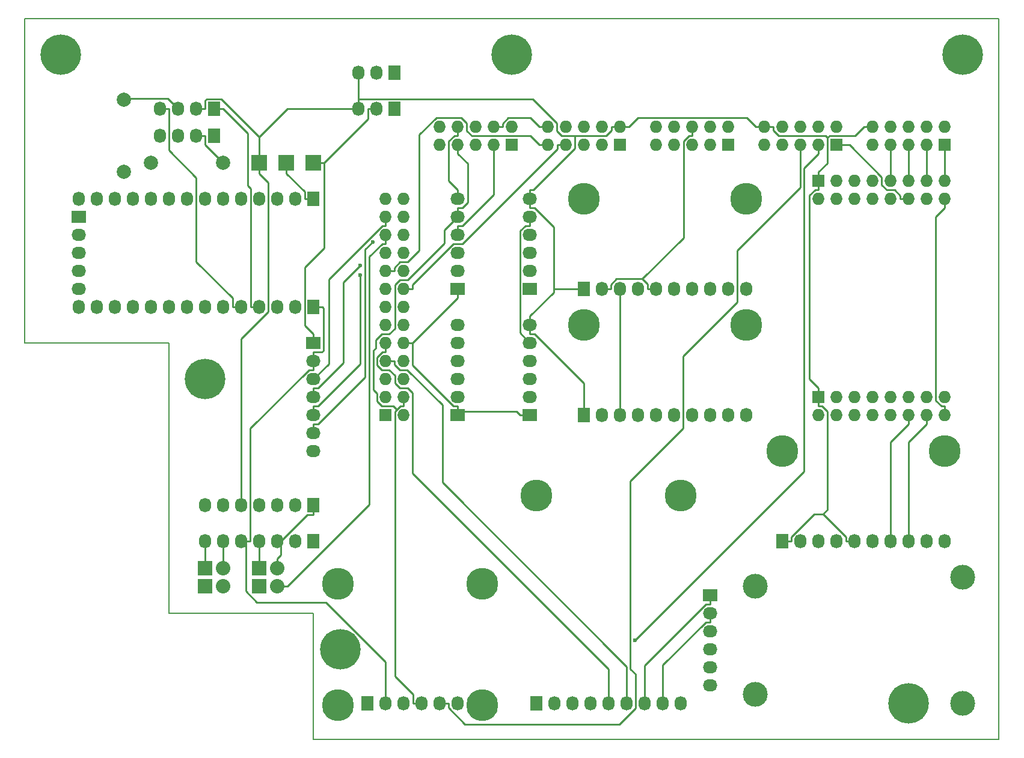
<source format=gbl>
G04 #@! TF.FileFunction,Copper,L2,Bot,Signal*
%FSLAX46Y46*%
G04 Gerber Fmt 4.6, Leading zero omitted, Abs format (unit mm)*
G04 Created by KiCad (PCBNEW 4.0.2-stable) date 4/12/2016 5:16:18 AM*
%MOMM*%
G01*
G04 APERTURE LIST*
%ADD10C,2.000000*%
%ADD11C,0.150000*%
%ADD12C,5.700000*%
%ADD13C,3.500000*%
%ADD14C,4.500000*%
%ADD15R,2.032000X2.032000*%
%ADD16O,2.032000X2.032000*%
%ADD17R,2.235200X2.235200*%
%ADD18R,2.032000X1.727200*%
%ADD19O,2.032000X1.727200*%
%ADD20R,1.727200X1.727200*%
%ADD21O,1.727200X1.727200*%
%ADD22R,1.727200X2.032000*%
%ADD23O,1.727200X2.032000*%
%ADD24C,1.998980*%
%ADD25C,0.600000*%
%ADD26C,0.250000*%
G04 APERTURE END LIST*
D10*
D11*
X93980000Y-139700000D02*
X93980000Y-157480000D01*
X73660000Y-139700000D02*
X93980000Y-139700000D01*
X93980000Y-157480000D02*
X190500000Y-157480000D01*
X190500000Y-55880000D02*
X190500000Y-157480000D01*
X53340000Y-55880000D02*
X190500000Y-55880000D01*
X53340000Y-101600000D02*
X53340000Y-55880000D01*
X73660000Y-139700000D02*
X73660000Y-101600000D01*
X53340000Y-101600000D02*
X73660000Y-101600000D01*
D12*
X97790000Y-144780000D03*
X121920000Y-60960000D03*
X78740000Y-106680000D03*
X58420000Y-60960000D03*
X185420000Y-60960000D03*
D13*
X185420000Y-134620000D03*
X185420000Y-152400000D03*
X156210000Y-151130000D03*
D14*
X154940000Y-81280000D03*
X132080000Y-81280000D03*
X132080000Y-99060000D03*
X154940000Y-99060000D03*
X182880000Y-116840000D03*
X160020000Y-116840000D03*
X125349000Y-123063000D03*
X145669000Y-123063000D03*
X117729000Y-135509000D03*
X97409000Y-135509000D03*
X117729000Y-152654000D03*
D15*
X86360000Y-133350000D03*
D16*
X88900000Y-133350000D03*
D17*
X90170000Y-76200000D03*
D18*
X93980000Y-101600000D03*
D19*
X93980000Y-104140000D03*
X93980000Y-106680000D03*
X93980000Y-109220000D03*
X93980000Y-111760000D03*
X93980000Y-114300000D03*
X93980000Y-116840000D03*
D20*
X182880000Y-73660000D03*
D21*
X182880000Y-71120000D03*
X180340000Y-73660000D03*
X180340000Y-71120000D03*
X177800000Y-73660000D03*
X177800000Y-71120000D03*
X175260000Y-73660000D03*
X175260000Y-71120000D03*
X172720000Y-73660000D03*
X172720000Y-71120000D03*
D20*
X152400000Y-73660000D03*
D21*
X152400000Y-71120000D03*
X149860000Y-73660000D03*
X149860000Y-71120000D03*
X147320000Y-73660000D03*
X147320000Y-71120000D03*
X144780000Y-73660000D03*
X144780000Y-71120000D03*
X142240000Y-73660000D03*
X142240000Y-71120000D03*
D20*
X137160000Y-73660000D03*
D21*
X137160000Y-71120000D03*
X134620000Y-73660000D03*
X134620000Y-71120000D03*
X132080000Y-73660000D03*
X132080000Y-71120000D03*
X129540000Y-73660000D03*
X129540000Y-71120000D03*
X127000000Y-73660000D03*
X127000000Y-71120000D03*
D20*
X167640000Y-73660000D03*
D21*
X167640000Y-71120000D03*
X165100000Y-73660000D03*
X165100000Y-71120000D03*
X162560000Y-73660000D03*
X162560000Y-71120000D03*
X160020000Y-73660000D03*
X160020000Y-71120000D03*
X157480000Y-73660000D03*
X157480000Y-71120000D03*
D20*
X121920000Y-73660000D03*
D21*
X121920000Y-71120000D03*
X119380000Y-73660000D03*
X119380000Y-71120000D03*
X116840000Y-73660000D03*
X116840000Y-71120000D03*
X114300000Y-73660000D03*
X114300000Y-71120000D03*
X111760000Y-73660000D03*
X111760000Y-71120000D03*
D22*
X101600000Y-152400000D03*
D23*
X104140000Y-152400000D03*
X106680000Y-152400000D03*
X109220000Y-152400000D03*
X111760000Y-152400000D03*
X114300000Y-152400000D03*
D22*
X125349000Y-152400000D03*
D23*
X127889000Y-152400000D03*
X130429000Y-152400000D03*
X132969000Y-152400000D03*
X135509000Y-152400000D03*
X138049000Y-152400000D03*
X140589000Y-152400000D03*
X143129000Y-152400000D03*
X145669000Y-152400000D03*
D18*
X114300000Y-93980000D03*
D19*
X114300000Y-91440000D03*
X114300000Y-88900000D03*
X114300000Y-86360000D03*
X114300000Y-83820000D03*
X114300000Y-81280000D03*
D18*
X124460000Y-93980000D03*
D19*
X124460000Y-91440000D03*
X124460000Y-88900000D03*
X124460000Y-86360000D03*
X124460000Y-83820000D03*
X124460000Y-81280000D03*
D18*
X114300000Y-111760000D03*
D19*
X114300000Y-109220000D03*
X114300000Y-106680000D03*
X114300000Y-104140000D03*
X114300000Y-101600000D03*
X114300000Y-99060000D03*
D18*
X124460000Y-111760000D03*
D19*
X124460000Y-109220000D03*
X124460000Y-106680000D03*
X124460000Y-104140000D03*
X124460000Y-101600000D03*
X124460000Y-99060000D03*
D22*
X105410000Y-68580000D03*
D23*
X102870000Y-68580000D03*
X100330000Y-68580000D03*
D22*
X132080000Y-93980000D03*
D23*
X134620000Y-93980000D03*
X137160000Y-93980000D03*
X139700000Y-93980000D03*
X142240000Y-93980000D03*
X144780000Y-93980000D03*
X147320000Y-93980000D03*
X149860000Y-93980000D03*
X152400000Y-93980000D03*
X154940000Y-93980000D03*
D22*
X132080000Y-111760000D03*
D23*
X134620000Y-111760000D03*
X137160000Y-111760000D03*
X139700000Y-111760000D03*
X142240000Y-111760000D03*
X144780000Y-111760000D03*
X147320000Y-111760000D03*
X149860000Y-111760000D03*
X152400000Y-111760000D03*
X154940000Y-111760000D03*
D22*
X160020000Y-129540000D03*
D23*
X162560000Y-129540000D03*
X165100000Y-129540000D03*
X167640000Y-129540000D03*
X170180000Y-129540000D03*
X172720000Y-129540000D03*
X175260000Y-129540000D03*
X177800000Y-129540000D03*
X180340000Y-129540000D03*
X182880000Y-129540000D03*
D20*
X165100000Y-109220000D03*
D21*
X165100000Y-111760000D03*
X167640000Y-109220000D03*
X167640000Y-111760000D03*
X170180000Y-109220000D03*
X170180000Y-111760000D03*
X172720000Y-109220000D03*
X172720000Y-111760000D03*
X175260000Y-109220000D03*
X175260000Y-111760000D03*
X177800000Y-109220000D03*
X177800000Y-111760000D03*
X180340000Y-109220000D03*
X180340000Y-111760000D03*
X182880000Y-109220000D03*
X182880000Y-111760000D03*
D18*
X149860000Y-137160000D03*
D19*
X149860000Y-139700000D03*
X149860000Y-142240000D03*
X149860000Y-144780000D03*
X149860000Y-147320000D03*
X149860000Y-149860000D03*
D18*
X60960000Y-83820000D03*
D19*
X60960000Y-86360000D03*
X60960000Y-88900000D03*
X60960000Y-91440000D03*
X60960000Y-93980000D03*
D22*
X93980000Y-96520000D03*
D23*
X91440000Y-96520000D03*
X88900000Y-96520000D03*
X86360000Y-96520000D03*
X83820000Y-96520000D03*
X81280000Y-96520000D03*
X78740000Y-96520000D03*
X76200000Y-96520000D03*
X73660000Y-96520000D03*
X71120000Y-96520000D03*
X68580000Y-96520000D03*
X66040000Y-96520000D03*
X63500000Y-96520000D03*
X60960000Y-96520000D03*
D22*
X93980000Y-81280000D03*
D23*
X91440000Y-81280000D03*
X88900000Y-81280000D03*
X86360000Y-81280000D03*
X83820000Y-81280000D03*
X81280000Y-81280000D03*
X78740000Y-81280000D03*
X76200000Y-81280000D03*
X73660000Y-81280000D03*
X71120000Y-81280000D03*
X68580000Y-81280000D03*
X66040000Y-81280000D03*
X63500000Y-81280000D03*
X60960000Y-81280000D03*
D20*
X165100000Y-78740000D03*
D21*
X165100000Y-81280000D03*
X167640000Y-78740000D03*
X167640000Y-81280000D03*
X170180000Y-78740000D03*
X170180000Y-81280000D03*
X172720000Y-78740000D03*
X172720000Y-81280000D03*
X175260000Y-78740000D03*
X175260000Y-81280000D03*
X177800000Y-78740000D03*
X177800000Y-81280000D03*
X180340000Y-78740000D03*
X180340000Y-81280000D03*
X182880000Y-78740000D03*
X182880000Y-81280000D03*
D22*
X93980000Y-124460000D03*
D23*
X91440000Y-124460000D03*
X88900000Y-124460000D03*
X86360000Y-124460000D03*
X83820000Y-124460000D03*
X81280000Y-124460000D03*
X78740000Y-124460000D03*
D22*
X93980000Y-129540000D03*
D23*
X91440000Y-129540000D03*
X88900000Y-129540000D03*
X86360000Y-129540000D03*
X83820000Y-129540000D03*
X81280000Y-129540000D03*
X78740000Y-129540000D03*
D20*
X104140000Y-111760000D03*
D21*
X106680000Y-111760000D03*
X104140000Y-109220000D03*
X106680000Y-109220000D03*
X104140000Y-106680000D03*
X106680000Y-106680000D03*
X104140000Y-104140000D03*
X106680000Y-104140000D03*
X104140000Y-101600000D03*
X106680000Y-101600000D03*
X104140000Y-99060000D03*
X106680000Y-99060000D03*
X104140000Y-96520000D03*
X106680000Y-96520000D03*
X104140000Y-93980000D03*
X106680000Y-93980000D03*
X104140000Y-91440000D03*
X106680000Y-91440000D03*
X104140000Y-88900000D03*
X106680000Y-88900000D03*
X104140000Y-86360000D03*
X106680000Y-86360000D03*
X104140000Y-83820000D03*
X106680000Y-83820000D03*
X104140000Y-81280000D03*
X106680000Y-81280000D03*
D22*
X80010000Y-68580000D03*
D23*
X77470000Y-68580000D03*
X74930000Y-68580000D03*
X72390000Y-68580000D03*
D22*
X80010000Y-72390000D03*
D23*
X77470000Y-72390000D03*
X74930000Y-72390000D03*
X72390000Y-72390000D03*
D24*
X67310000Y-67310000D03*
X67310000Y-77470000D03*
X81280000Y-76200000D03*
X71120000Y-76200000D03*
D15*
X78740000Y-133350000D03*
D16*
X81280000Y-133350000D03*
D15*
X78740000Y-135890000D03*
D16*
X81280000Y-135890000D03*
D15*
X86360000Y-135890000D03*
D16*
X88900000Y-135890000D03*
D17*
X93980000Y-76200000D03*
X86360000Y-76200000D03*
D22*
X105410000Y-63500000D03*
D23*
X102870000Y-63500000D03*
X100330000Y-63500000D03*
D14*
X97409000Y-152654000D03*
D13*
X156210000Y-135890000D03*
D12*
X177800000Y-152400000D03*
D25*
X100574500Y-90641800D03*
X100550700Y-91992700D03*
X102300000Y-87369300D03*
X139266200Y-143531400D03*
D26*
X170180000Y-129540000D02*
X168941100Y-129540000D01*
X160020000Y-129540000D02*
X161258900Y-129540000D01*
X172720000Y-71120000D02*
X171481100Y-71120000D01*
X165100000Y-78740000D02*
X165100000Y-77501100D01*
X165100000Y-78740000D02*
X165100000Y-79978900D01*
X164635400Y-79978900D02*
X165100000Y-79978900D01*
X163815800Y-80798500D02*
X164635400Y-79978900D01*
X163815800Y-106696900D02*
X163815800Y-80798500D01*
X165100000Y-107981100D02*
X163815800Y-106696900D01*
X132080000Y-93980000D02*
X130841100Y-93980000D01*
X154959000Y-69837900D02*
X156241100Y-71120000D01*
X139681000Y-69837900D02*
X154959000Y-69837900D01*
X138398900Y-71120000D02*
X139681000Y-69837900D01*
X137160000Y-71120000D02*
X138398900Y-71120000D01*
X157480000Y-71120000D02*
X156241100Y-71120000D01*
X157480000Y-71120000D02*
X158718900Y-71120000D01*
X158718900Y-71633400D02*
X158718900Y-71120000D01*
X159475500Y-72390000D02*
X158718900Y-71633400D01*
X166078800Y-72390000D02*
X159475500Y-72390000D01*
X166338900Y-72650100D02*
X166078800Y-72390000D01*
X166630100Y-72358900D02*
X166338900Y-72650100D01*
X170242200Y-72358900D02*
X166630100Y-72358900D01*
X171481100Y-71120000D02*
X170242200Y-72358900D01*
X166338900Y-76262200D02*
X165100000Y-77501100D01*
X166338900Y-72650100D02*
X166338900Y-76262200D01*
X124460000Y-99060000D02*
X124460000Y-97821100D01*
X125125800Y-100298900D02*
X124460000Y-100298900D01*
X132080000Y-107253100D02*
X125125800Y-100298900D01*
X132080000Y-111760000D02*
X132080000Y-107253100D01*
X124460000Y-99060000D02*
X124460000Y-100298900D01*
X100330000Y-63500000D02*
X100330000Y-67188600D01*
X165100000Y-108600500D02*
X165100000Y-107981100D01*
X165100000Y-108600500D02*
X165100000Y-109220000D01*
X165100000Y-109220000D02*
X165100000Y-110458900D01*
X166370000Y-125048300D02*
X165719400Y-125698900D01*
X166370000Y-111264300D02*
X166370000Y-125048300D01*
X165564600Y-110458900D02*
X166370000Y-111264300D01*
X165100000Y-110458900D02*
X165564600Y-110458900D01*
X164480500Y-125698900D02*
X165719400Y-125698900D01*
X161258900Y-128920500D02*
X164480500Y-125698900D01*
X161258900Y-129540000D02*
X161258900Y-128920500D01*
X168941100Y-128920600D02*
X168941100Y-129540000D01*
X165719400Y-125698900D02*
X168941100Y-128920600D01*
X83820000Y-101040100D02*
X83820000Y-124460000D01*
X87630000Y-97230100D02*
X83820000Y-101040100D01*
X87630000Y-78962900D02*
X87630000Y-97230100D01*
X86360000Y-77692900D02*
X87630000Y-78962900D01*
X86360000Y-76200000D02*
X86360000Y-77692900D01*
X137160000Y-71120000D02*
X135921100Y-71120000D01*
X77470000Y-68580000D02*
X78708900Y-68580000D01*
X81028900Y-67188600D02*
X86360000Y-72519700D01*
X78938800Y-67188600D02*
X81028900Y-67188600D01*
X78708900Y-67418500D02*
X78938800Y-67188600D01*
X78708900Y-68580000D02*
X78708900Y-67418500D01*
X86360000Y-72519700D02*
X86360000Y-76200000D01*
X100330000Y-67188600D02*
X100330000Y-68580000D01*
X90299700Y-68580000D02*
X86360000Y-72519700D01*
X100330000Y-68580000D02*
X90299700Y-68580000D01*
X128950900Y-72390000D02*
X130810000Y-72390000D01*
X128270000Y-71709100D02*
X128950900Y-72390000D01*
X128270000Y-70625700D02*
X128270000Y-71709100D01*
X124832900Y-67188600D02*
X128270000Y-70625700D01*
X100330000Y-67188600D02*
X124832900Y-67188600D01*
X135921100Y-71633400D02*
X135921100Y-71120000D01*
X135164500Y-72390000D02*
X135921100Y-71633400D01*
X130810000Y-72390000D02*
X135164500Y-72390000D01*
X124959300Y-80041100D02*
X124460000Y-80041100D01*
X130810000Y-74190400D02*
X124959300Y-80041100D01*
X130810000Y-72390000D02*
X130810000Y-74190400D01*
X124460000Y-81280000D02*
X124460000Y-80041100D01*
X124460000Y-81280000D02*
X124460000Y-82518900D01*
X127840500Y-93980000D02*
X130841100Y-93980000D01*
X127840500Y-94440600D02*
X127840500Y-93980000D01*
X124460000Y-97821100D02*
X127840500Y-94440600D01*
X125125800Y-82518900D02*
X124460000Y-82518900D01*
X127840500Y-85233600D02*
X125125800Y-82518900D01*
X127840500Y-93980000D02*
X127840500Y-85233600D01*
X181610000Y-83788900D02*
X182880000Y-82518900D01*
X181610000Y-109715700D02*
X181610000Y-83788900D01*
X182415400Y-110521100D02*
X181610000Y-109715700D01*
X182880000Y-110521100D02*
X182415400Y-110521100D01*
X182880000Y-111760000D02*
X182880000Y-110521100D01*
X182880000Y-81280000D02*
X182880000Y-82518900D01*
X95371400Y-96672500D02*
X95218900Y-96520000D01*
X95371400Y-102671200D02*
X95371400Y-96672500D01*
X95141500Y-102901100D02*
X95371400Y-102671200D01*
X93980000Y-102901100D02*
X95141500Y-102901100D01*
X93980000Y-104140000D02*
X93980000Y-102901100D01*
X93980000Y-96520000D02*
X95218900Y-96520000D01*
X114300000Y-93980000D02*
X114300000Y-95218900D01*
X106680000Y-101600000D02*
X107918900Y-101600000D01*
X114300000Y-95218900D02*
X107918900Y-101600000D01*
X113680600Y-110521100D02*
X114300000Y-110521100D01*
X107918900Y-104759400D02*
X113680600Y-110521100D01*
X107918900Y-101600000D02*
X107918900Y-104759400D01*
X134620000Y-93980000D02*
X135858900Y-93980000D01*
X142240000Y-93980000D02*
X141001100Y-93980000D01*
X73482900Y-67132900D02*
X74930000Y-68580000D01*
X67487100Y-67132900D02*
X73482900Y-67132900D01*
X67310000Y-67310000D02*
X67487100Y-67132900D01*
X114300000Y-111760000D02*
X114300000Y-111265300D01*
X114300000Y-111265300D02*
X114300000Y-110521100D01*
X122574000Y-111265300D02*
X123068700Y-111760000D01*
X114300000Y-111265300D02*
X122574000Y-111265300D01*
X124460000Y-111760000D02*
X123068700Y-111760000D01*
X83820000Y-129540000D02*
X84439500Y-129540000D01*
X84439500Y-129540000D02*
X85058900Y-129540000D01*
X104140000Y-146568600D02*
X104140000Y-152400000D01*
X95705800Y-138134400D02*
X104140000Y-146568600D01*
X86003700Y-138134400D02*
X95705800Y-138134400D01*
X84439500Y-136570200D02*
X86003700Y-138134400D01*
X84439500Y-129540000D02*
X84439500Y-136570200D01*
X146081100Y-86756800D02*
X140262400Y-92575500D01*
X146081100Y-73133100D02*
X146081100Y-86756800D01*
X146855300Y-72358900D02*
X146081100Y-73133100D01*
X147320000Y-72358900D02*
X146855300Y-72358900D01*
X136643900Y-92575500D02*
X140262400Y-92575500D01*
X135858900Y-93360500D02*
X136643900Y-92575500D01*
X135858900Y-93980000D02*
X135858900Y-93360500D01*
X141001100Y-93314200D02*
X141001100Y-93980000D01*
X140262400Y-92575500D02*
X141001100Y-93314200D01*
X147320000Y-71120000D02*
X147320000Y-72358900D01*
X140589000Y-147050500D02*
X140589000Y-152400000D01*
X149240600Y-138398900D02*
X140589000Y-147050500D01*
X149860000Y-138398900D02*
X149240600Y-138398900D01*
X149860000Y-137160000D02*
X149860000Y-138398900D01*
X93980000Y-104140000D02*
X93980000Y-105378900D01*
X124514000Y-69872900D02*
X125761100Y-71120000D01*
X121401400Y-69872900D02*
X124514000Y-69872900D01*
X120618900Y-70655400D02*
X121401400Y-69872900D01*
X120618900Y-71120000D02*
X120618900Y-70655400D01*
X119380000Y-71120000D02*
X120618900Y-71120000D01*
X127000000Y-71120000D02*
X125761100Y-71120000D01*
X93314200Y-105378900D02*
X93980000Y-105378900D01*
X85058900Y-113634200D02*
X93314200Y-105378900D01*
X85058900Y-129540000D02*
X85058900Y-113634200D01*
X137160000Y-111760000D02*
X137160000Y-93980000D01*
X123794200Y-85058900D02*
X124460000Y-85058900D01*
X123052700Y-85800400D02*
X123794200Y-85058900D01*
X123052700Y-100192700D02*
X123052700Y-85800400D01*
X124460000Y-101600000D02*
X123052700Y-100192700D01*
X124460000Y-83820000D02*
X124460000Y-85058900D01*
X149860000Y-139700000D02*
X149860000Y-140938900D01*
X149194200Y-140938900D02*
X149860000Y-140938900D01*
X143129000Y-147004100D02*
X149194200Y-140938900D01*
X143129000Y-152400000D02*
X143129000Y-147004100D01*
X101631100Y-70041800D02*
X95472900Y-76200000D01*
X101631100Y-68580000D02*
X101631100Y-70041800D01*
X102870000Y-68580000D02*
X101631100Y-68580000D01*
X93980000Y-76200000D02*
X95472900Y-76200000D01*
X95472900Y-88194900D02*
X95472900Y-76200000D01*
X92741000Y-90926800D02*
X95472900Y-88194900D01*
X92741000Y-99122100D02*
X92741000Y-90926800D01*
X93980000Y-100361100D02*
X92741000Y-99122100D01*
X93980000Y-101600000D02*
X93980000Y-100361100D01*
X113030000Y-78771100D02*
X114300000Y-80041100D01*
X113030000Y-73164300D02*
X113030000Y-78771100D01*
X113835400Y-72358900D02*
X113030000Y-73164300D01*
X114300000Y-72358900D02*
X113835400Y-72358900D01*
X114300000Y-71120000D02*
X114300000Y-72358900D01*
X114300000Y-81280000D02*
X114300000Y-80041100D01*
X104140000Y-83820000D02*
X104140000Y-85058900D01*
X96122900Y-104537100D02*
X93980000Y-106680000D01*
X96122900Y-92591400D02*
X96122900Y-104537100D01*
X103655400Y-85058900D02*
X96122900Y-92591400D01*
X104140000Y-85058900D02*
X103655400Y-85058900D01*
X93980000Y-109220000D02*
X93980000Y-107981100D01*
X94645800Y-107981100D02*
X93980000Y-107981100D01*
X98212300Y-104414600D02*
X94645800Y-107981100D01*
X98212300Y-93004000D02*
X98212300Y-104414600D01*
X100574500Y-90641800D02*
X98212300Y-93004000D01*
X100550700Y-104569900D02*
X100550700Y-91992700D01*
X94599500Y-110521100D02*
X100550700Y-104569900D01*
X93980000Y-110521100D02*
X94599500Y-110521100D01*
X93980000Y-111760000D02*
X93980000Y-110521100D01*
X94645800Y-113061100D02*
X93980000Y-113061100D01*
X101257600Y-106449300D02*
X94645800Y-113061100D01*
X101257600Y-88411700D02*
X101257600Y-106449300D01*
X102300000Y-87369300D02*
X101257600Y-88411700D01*
X93980000Y-114300000D02*
X93980000Y-113061100D01*
X115713600Y-76312500D02*
X114300000Y-74898900D01*
X115713600Y-81786900D02*
X115713600Y-76312500D01*
X114919400Y-82581100D02*
X115713600Y-81786900D01*
X114300000Y-82581100D02*
X114919400Y-82581100D01*
X114300000Y-83820000D02*
X114300000Y-82581100D01*
X114300000Y-73660000D02*
X114300000Y-74898900D01*
X109220000Y-152400000D02*
X107981100Y-152400000D01*
X106680000Y-109220000D02*
X106680000Y-110458900D01*
X106215400Y-110458900D02*
X105671100Y-111003200D01*
X106680000Y-110458900D02*
X106215400Y-110458900D01*
X107981100Y-151161100D02*
X107981100Y-152400000D01*
X105438200Y-148618200D02*
X107981100Y-151161100D01*
X105438200Y-111236100D02*
X105438200Y-148618200D01*
X105671100Y-111003200D02*
X105438200Y-111236100D01*
X105188800Y-110521000D02*
X105671100Y-111003200D01*
X103627800Y-110521000D02*
X105188800Y-110521000D01*
X102894600Y-109787800D02*
X103627800Y-110521000D01*
X102894600Y-108705300D02*
X102894600Y-109787800D01*
X102383200Y-108193900D02*
X102894600Y-108705300D01*
X102383200Y-102715800D02*
X102383200Y-108193900D01*
X102789600Y-102309400D02*
X102383200Y-102715800D01*
X102789600Y-101174700D02*
X102789600Y-102309400D01*
X103634300Y-100330000D02*
X102789600Y-101174700D01*
X104650600Y-100330000D02*
X103634300Y-100330000D01*
X105441000Y-99539600D02*
X104650600Y-100330000D01*
X105441000Y-93400400D02*
X105441000Y-99539600D01*
X106131400Y-92710000D02*
X105441000Y-93400400D01*
X107220100Y-92710000D02*
X106131400Y-92710000D01*
X112405300Y-87524800D02*
X107220100Y-92710000D01*
X112405300Y-85714700D02*
X112405300Y-87524800D01*
X114300000Y-83820000D02*
X112405300Y-85714700D01*
X119380000Y-80660500D02*
X119380000Y-73660000D01*
X114919400Y-85121100D02*
X119380000Y-80660500D01*
X114300000Y-85121100D02*
X114919400Y-85121100D01*
X114300000Y-86360000D02*
X114300000Y-85121100D01*
X78708900Y-73628900D02*
X78708900Y-72390000D01*
X81280000Y-76200000D02*
X78708900Y-73628900D01*
X77470000Y-72390000D02*
X78708900Y-72390000D01*
X124522100Y-72421000D02*
X125761100Y-73660000D01*
X116295500Y-72421000D02*
X124522100Y-72421000D01*
X115570000Y-71695500D02*
X116295500Y-72421000D01*
X115570000Y-70589400D02*
X115570000Y-71695500D01*
X114801400Y-69820800D02*
X115570000Y-70589400D01*
X111258600Y-69820800D02*
X114801400Y-69820800D01*
X108823400Y-72256000D02*
X111258600Y-69820800D01*
X108823400Y-88588900D02*
X108823400Y-72256000D01*
X107211200Y-90201100D02*
X108823400Y-88588900D01*
X106153100Y-90201100D02*
X107211200Y-90201100D01*
X105378900Y-90975300D02*
X106153100Y-90201100D01*
X105378900Y-91440000D02*
X105378900Y-90975300D01*
X104140000Y-91440000D02*
X105378900Y-91440000D01*
X127000000Y-73660000D02*
X125761100Y-73660000D01*
X135509000Y-147570200D02*
X135509000Y-152400000D01*
X107919000Y-119980200D02*
X135509000Y-147570200D01*
X107919000Y-108620300D02*
X107919000Y-119980200D01*
X107248700Y-107950000D02*
X107919000Y-108620300D01*
X106131400Y-107950000D02*
X107248700Y-107950000D01*
X105441000Y-107259600D02*
X106131400Y-107950000D01*
X105441000Y-106207000D02*
X105441000Y-107259600D01*
X104644000Y-105410000D02*
X105441000Y-106207000D01*
X103599100Y-105410000D02*
X104644000Y-105410000D01*
X102883600Y-104694500D02*
X103599100Y-105410000D01*
X102883600Y-103630700D02*
X102883600Y-104694500D01*
X103675400Y-102838900D02*
X102883600Y-103630700D01*
X104140000Y-102838900D02*
X103675400Y-102838900D01*
X104140000Y-101600000D02*
X104140000Y-102838900D01*
X104140000Y-104140000D02*
X105378900Y-104140000D01*
X105378900Y-104604700D02*
X105378900Y-104140000D01*
X106153100Y-105378900D02*
X105378900Y-104604700D01*
X107157200Y-105378900D02*
X106153100Y-105378900D01*
X112121700Y-110343400D02*
X107157200Y-105378900D01*
X112121700Y-121262500D02*
X112121700Y-110343400D01*
X138049000Y-147189800D02*
X112121700Y-121262500D01*
X138049000Y-152400000D02*
X138049000Y-147189800D01*
X128301100Y-74264100D02*
X128301100Y-73660000D01*
X114935200Y-87630000D02*
X128301100Y-74264100D01*
X113649500Y-87630000D02*
X114935200Y-87630000D01*
X107918900Y-93360600D02*
X113649500Y-87630000D01*
X107918900Y-93980000D02*
X107918900Y-93360600D01*
X106680000Y-93980000D02*
X107918900Y-93980000D01*
X129540000Y-73660000D02*
X128301100Y-73660000D01*
X177800000Y-115538900D02*
X177800000Y-129540000D01*
X180340000Y-112998900D02*
X177800000Y-115538900D01*
X180340000Y-111760000D02*
X180340000Y-112998900D01*
X175260000Y-115538900D02*
X175260000Y-129540000D01*
X177800000Y-112998900D02*
X175260000Y-115538900D01*
X177800000Y-111760000D02*
X177800000Y-112998900D01*
X182880000Y-78740000D02*
X182880000Y-73660000D01*
X163060400Y-76938500D02*
X165100000Y-74898900D01*
X163060400Y-119737200D02*
X163060400Y-76938500D01*
X139266200Y-143531400D02*
X163060400Y-119737200D01*
X165100000Y-73660000D02*
X165100000Y-74898900D01*
X180340000Y-78740000D02*
X180340000Y-73660000D01*
X162560000Y-79706900D02*
X162560000Y-73660000D01*
X153670000Y-88596900D02*
X162560000Y-79706900D01*
X153670000Y-95866200D02*
X153670000Y-88596900D01*
X146050000Y-103486200D02*
X153670000Y-95866200D01*
X146050000Y-113596900D02*
X146050000Y-103486200D01*
X138590800Y-121056100D02*
X146050000Y-113596900D01*
X138590800Y-147531000D02*
X138590800Y-121056100D01*
X139319000Y-148259200D02*
X138590800Y-147531000D01*
X139319000Y-153073100D02*
X139319000Y-148259200D01*
X137056600Y-155335500D02*
X139319000Y-153073100D01*
X115315000Y-155335500D02*
X137056600Y-155335500D01*
X112998900Y-153019400D02*
X115315000Y-155335500D01*
X112998900Y-152400000D02*
X112998900Y-153019400D01*
X111760000Y-152400000D02*
X112998900Y-152400000D01*
X177800000Y-78740000D02*
X177800000Y-73660000D01*
X175260000Y-78740000D02*
X175260000Y-73660000D01*
X169441400Y-73660000D02*
X167640000Y-73660000D01*
X173990000Y-78208600D02*
X169441400Y-73660000D01*
X173990000Y-79288600D02*
X173990000Y-78208600D01*
X174742500Y-80041100D02*
X173990000Y-79288600D01*
X175786900Y-80041100D02*
X174742500Y-80041100D01*
X176561100Y-80815300D02*
X175786900Y-80041100D01*
X176561100Y-81280000D02*
X176561100Y-80815300D01*
X177800000Y-81280000D02*
X176561100Y-81280000D01*
X88900000Y-129540000D02*
X89394700Y-129540000D01*
X88900000Y-133350000D02*
X88900000Y-131958700D01*
X89394700Y-131464000D02*
X89394700Y-129540000D01*
X88900000Y-131958700D02*
X89394700Y-131464000D01*
X93083400Y-125851300D02*
X93980000Y-125851300D01*
X89394700Y-129540000D02*
X93083400Y-125851300D01*
X93980000Y-124460000D02*
X93980000Y-125851300D01*
X104140000Y-86360000D02*
X104140000Y-87598900D01*
X88900000Y-135890000D02*
X90291300Y-135890000D01*
X101831200Y-124350100D02*
X90291300Y-135890000D01*
X101831200Y-89443100D02*
X101831200Y-124350100D01*
X103675400Y-87598900D02*
X101831200Y-89443100D01*
X104140000Y-87598900D02*
X103675400Y-87598900D01*
X86360000Y-129540000D02*
X86360000Y-133350000D01*
X81280000Y-129540000D02*
X81280000Y-133350000D01*
X78740000Y-129540000D02*
X78740000Y-133350000D01*
X80010000Y-68580000D02*
X81248900Y-68580000D01*
X86360000Y-96520000D02*
X85121100Y-96520000D01*
X85121100Y-79835600D02*
X85121100Y-96520000D01*
X84718700Y-79433200D02*
X85121100Y-79835600D01*
X84718700Y-72049800D02*
X84718700Y-79433200D01*
X81248900Y-68580000D02*
X84718700Y-72049800D01*
X82581100Y-95281100D02*
X82581100Y-96520000D01*
X77470000Y-90170000D02*
X82581100Y-95281100D01*
X77470000Y-78270000D02*
X77470000Y-90170000D01*
X73628900Y-74428900D02*
X77470000Y-78270000D01*
X73628900Y-68580000D02*
X73628900Y-74428900D01*
X72390000Y-68580000D02*
X73628900Y-68580000D01*
X83820000Y-96520000D02*
X82581100Y-96520000D01*
X92741100Y-80264000D02*
X90170000Y-77692900D01*
X92741100Y-81280000D02*
X92741100Y-80264000D01*
X93980000Y-81280000D02*
X92741100Y-81280000D01*
X90170000Y-76200000D02*
X90170000Y-77692900D01*
M02*

</source>
